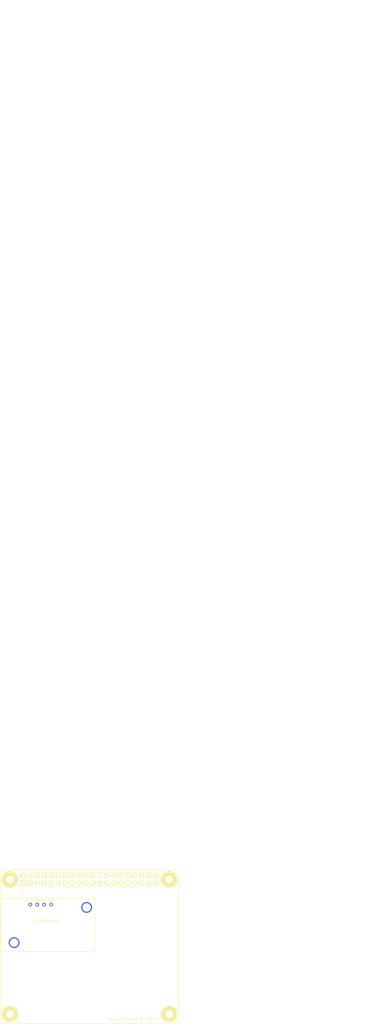
<source format=kicad_pcb>
(kicad_pcb (version 4) (host pcbnew 4.0.6-e0-6349~53~ubuntu16.04.1)
  (layers (0 F.Cu signal) (31 B.Cu signal) (34 B.Paste user) (35 F.Paste user) (36 B.SilkS user) (37 F.SilkS user) (38 B.Mask user) (39 F.Mask user) (44 Edge.Cuts user))
  (net 0 "")
  (net 1 "Net-(BERRY_IMU1-Pad1)")
  (net 2 "Net-(BERRY_IMU1-Pad2)")
  (net 3 "Net-(BERRY_IMU1-Pad3)")
  (net 4 "Net-(BERRY_IMU1-Pad4)")
  (module MyLibs:berry_imu (layer F.Cu) (at 154.94 91.44 180)
    (fp_text reference BERRY_IMU1 (at 14.5034 -4.9276 180) (layer F.SilkS))
    (fp_text value CONN_01X04)
    (fp_text user 3.3V (at 20.8407 2.5019 180) (layer F.SilkS) (effects (font (size 0.8 0.8))))
    (fp_text user SDA (at 18.0721 2.5019 180) (layer F.SilkS) (effects (font (size 0.8 0.8))))
    (fp_text user SDL (at 15.5448 2.4892 180) (layer F.SilkS) (effects (font (size 0.8 0.8))))
    (fp_text user GND (at 12.9032 2.4892 180) (layer F.SilkS) (effects (font (size 0.8 0.8))))
    (fp_line (start -3.0226 3.3655) (end 31.4833 3.3782) (layer F.SilkS) (width 0.15))
    (fp_line (start 31.4833 3.3782) (end 31.4706 -15.9766) (layer F.SilkS) (width 0.15))
    (fp_line (start 31.4706 -15.9766) (end -3.0099 -15.9766) (layer F.SilkS) (width 0.15))
    (fp_line (start -3.0099 -15.9766) (end -3.0226 3.3655) (layer F.SilkS) (width 0.15))
    (pad 5 thru_hole circle (at 0 0 180) (size 4 4) (drill 3) (layers *.Cu *.Mask))
    (pad 6 thru_hole circle (at 26.416 -12.827 180) (size 4 4) (drill 3) (layers *.Cu *.Mask))
    (pad 1 thru_hole circle (at 12.9413 1.0541 180) (size 1.4 1.4) (drill 0.7) (layers *.Cu *.Mask) (net 1 "Net-(BERRY_IMU1-Pad1)"))
    (pad 2 thru_hole circle (at 15.4559 1.0541 180) (size 1.4 1.4) (drill 0.7) (layers *.Cu *.Mask) (net 2 "Net-(BERRY_IMU1-Pad2)"))
    (pad 3 thru_hole circle (at 17.9832 1.0414 180) (size 1.4 1.4) (drill 0.7) (layers *.Cu *.Mask) (net 3 "Net-(BERRY_IMU1-Pad3)"))
    (pad 4 thru_hole circle (at 20.5105 1.0414 180) (size 1.4 1.4) (drill 0.7) (layers *.Cu *.Mask) (net 4 "Net-(BERRY_IMU1-Pad4)"))
  )
  (module MyLibs:rpi3_gpio (layer F.Cu) (at 127 81.28)
    (fp_text reference P1 (at 4.87 4.191 270) (layer F.SilkS))
    (fp_text value RPI_3_GPIO)
    (fp_text user "Jouke Hijlkema © 2017" (at 44.45 50.8) (layer F.SilkS))
    (fp_line (start -3.5 52.5) (end -3.5 -3.5) (layer F.SilkS) (width 0.15))
    (fp_line (start -3.5 -3.5) (end 61.5 -3.5) (layer F.SilkS) (width 0.15))
    (fp_line (start 61.5 -3.5) (end 61.5 52.5) (layer F.SilkS) (width 0.15))
    (fp_line (start 61.5 52.5) (end -3.5 52.5) (layer F.SilkS) (width 0.15))
    (fp_line (start 54.4 -2.54) (end 3.6 -2.54) (layer F.SilkS) (width 0.15))
    (fp_line (start 6.14 2.54) (end 54.4 2.54) (layer F.SilkS) (width 0.15))
    (fp_line (start 54.4 -2.54) (end 54.4 2.54) (layer F.SilkS) (width 0.15))
    (fp_line (start 3.6 -2.54) (end 3.6 0) (layer F.SilkS) (width 0.15))
    (fp_line (start 3.32 1.27) (end 3.32 2.82) (layer F.SilkS) (width 0.15))
    (fp_line (start 3.6 0) (end 6.14 0) (layer F.SilkS) (width 0.15))
    (fp_line (start 6.14 0) (end 6.14 2.54) (layer F.SilkS) (width 0.15))
    (fp_line (start 3.32 2.82) (end 4.87 2.82) (layer F.SilkS) (width 0.15))
    (pad 1 thru_hole rect (at 4.87 1.27 90) (size 1.7272 1.7272) (drill 1.016) (layers *.Cu *.Mask F.SilkS) (net 4 "Net-(BERRY_IMU1-Pad4)"))
    (pad 2 thru_hole oval (at 4.87 -1.27 90) (size 1.7272 1.7272) (drill 1.016) (layers *.Cu *.Mask F.SilkS))
    (pad 3 thru_hole oval (at 7.41 1.27 90) (size 1.7272 1.7272) (drill 1.016) (layers *.Cu *.Mask F.SilkS) (net 3 "Net-(BERRY_IMU1-Pad3)"))
    (pad 4 thru_hole oval (at 7.41 -1.27 90) (size 1.7272 1.7272) (drill 1.016) (layers *.Cu *.Mask F.SilkS))
    (pad 5 thru_hole oval (at 9.95 1.27 90) (size 1.7272 1.7272) (drill 1.016) (layers *.Cu *.Mask F.SilkS) (net 2 "Net-(BERRY_IMU1-Pad2)"))
    (pad 6 thru_hole oval (at 9.95 -1.27 90) (size 1.7272 1.7272) (drill 1.016) (layers *.Cu *.Mask F.SilkS))
    (pad 7 thru_hole oval (at 12.49 1.27 90) (size 1.7272 1.7272) (drill 1.016) (layers *.Cu *.Mask F.SilkS))
    (pad 8 thru_hole oval (at 12.49 -1.27 90) (size 1.7272 1.7272) (drill 1.016) (layers *.Cu *.Mask F.SilkS))
    (pad 9 thru_hole oval (at 15.03 1.27 90) (size 1.7272 1.7272) (drill 1.016) (layers *.Cu *.Mask F.SilkS) (net 1 "Net-(BERRY_IMU1-Pad1)"))
    (pad 10 thru_hole oval (at 15.03 -1.27 90) (size 1.7272 1.7272) (drill 1.016) (layers *.Cu *.Mask F.SilkS))
    (pad 11 thru_hole oval (at 17.57 1.27 90) (size 1.7272 1.7272) (drill 1.016) (layers *.Cu *.Mask F.SilkS))
    (pad 12 thru_hole oval (at 17.57 -1.27 90) (size 1.7272 1.7272) (drill 1.016) (layers *.Cu *.Mask F.SilkS))
    (pad 13 thru_hole oval (at 20.11 1.27 90) (size 1.7272 1.7272) (drill 1.016) (layers *.Cu *.Mask F.SilkS))
    (pad 14 thru_hole oval (at 20.11 -1.27 90) (size 1.7272 1.7272) (drill 1.016) (layers *.Cu *.Mask F.SilkS))
    (pad 15 thru_hole oval (at 22.65 1.27 90) (size 1.7272 1.7272) (drill 1.016) (layers *.Cu *.Mask F.SilkS))
    (pad 16 thru_hole oval (at 22.65 -1.27 90) (size 1.7272 1.7272) (drill 1.016) (layers *.Cu *.Mask F.SilkS))
    (pad 17 thru_hole oval (at 25.19 1.27 90) (size 1.7272 1.7272) (drill 1.016) (layers *.Cu *.Mask F.SilkS))
    (pad 18 thru_hole oval (at 25.19 -1.27 90) (size 1.7272 1.7272) (drill 1.016) (layers *.Cu *.Mask F.SilkS))
    (pad 19 thru_hole oval (at 27.73 1.27 90) (size 1.7272 1.7272) (drill 1.016) (layers *.Cu *.Mask F.SilkS))
    (pad 20 thru_hole oval (at 27.73 -1.27 90) (size 1.7272 1.7272) (drill 1.016) (layers *.Cu *.Mask F.SilkS))
    (pad 21 thru_hole oval (at 30.27 1.27 90) (size 1.7272 1.7272) (drill 1.016) (layers *.Cu *.Mask F.SilkS))
    (pad 22 thru_hole oval (at 30.27 -1.27 90) (size 1.7272 1.7272) (drill 1.016) (layers *.Cu *.Mask F.SilkS))
    (pad 23 thru_hole oval (at 32.81 1.27 90) (size 1.7272 1.7272) (drill 1.016) (layers *.Cu *.Mask F.SilkS))
    (pad 24 thru_hole oval (at 32.81 -1.27 90) (size 1.7272 1.7272) (drill 1.016) (layers *.Cu *.Mask F.SilkS))
    (pad 25 thru_hole oval (at 35.35 1.27 90) (size 1.7272 1.7272) (drill 1.016) (layers *.Cu *.Mask F.SilkS))
    (pad 26 thru_hole oval (at 35.35 -1.27 90) (size 1.7272 1.7272) (drill 1.016) (layers *.Cu *.Mask F.SilkS))
    (pad 27 thru_hole oval (at 37.89 1.27 90) (size 1.7272 1.7272) (drill 1.016) (layers *.Cu *.Mask F.SilkS))
    (pad 28 thru_hole oval (at 37.89 -1.27 90) (size 1.7272 1.7272) (drill 1.016) (layers *.Cu *.Mask F.SilkS))
    (pad 29 thru_hole oval (at 40.43 1.27 90) (size 1.7272 1.7272) (drill 1.016) (layers *.Cu *.Mask F.SilkS))
    (pad 30 thru_hole oval (at 40.43 -1.27 90) (size 1.7272 1.7272) (drill 1.016) (layers *.Cu *.Mask F.SilkS))
    (pad 31 thru_hole oval (at 42.97 1.27 90) (size 1.7272 1.7272) (drill 1.016) (layers *.Cu *.Mask F.SilkS))
    (pad 32 thru_hole oval (at 42.97 -1.27 90) (size 1.7272 1.7272) (drill 1.016) (layers *.Cu *.Mask F.SilkS))
    (pad 33 thru_hole oval (at 45.51 1.27 90) (size 1.7272 1.7272) (drill 1.016) (layers *.Cu *.Mask F.SilkS))
    (pad 34 thru_hole oval (at 45.51 -1.27 90) (size 1.7272 1.7272) (drill 1.016) (layers *.Cu *.Mask F.SilkS))
    (pad 35 thru_hole oval (at 48.05 1.27 90) (size 1.7272 1.7272) (drill 1.016) (layers *.Cu *.Mask F.SilkS))
    (pad 36 thru_hole oval (at 48.05 -1.27 90) (size 1.7272 1.7272) (drill 1.016) (layers *.Cu *.Mask F.SilkS))
    (pad 37 thru_hole oval (at 50.59 1.27 90) (size 1.7272 1.7272) (drill 1.016) (layers *.Cu *.Mask F.SilkS))
    (pad 38 thru_hole oval (at 50.59 -1.27 90) (size 1.7272 1.7272) (drill 1.016) (layers *.Cu *.Mask F.SilkS))
    (pad 39 thru_hole oval (at 53.13 1.27 90) (size 1.7272 1.7272) (drill 1.016) (layers *.Cu *.Mask F.SilkS))
    (pad 40 thru_hole oval (at 53.13 -1.27 90) (size 1.7272 1.7272) (drill 1.016) (layers *.Cu *.Mask F.SilkS))
    (pad "" np_thru_hole circle (at 0 0) (size 6 6) (drill 2.75) (layers *.Cu *.Mask F.SilkS))
    (pad "" np_thru_hole circle (at 58 0) (size 6 6) (drill 2.75) (layers *.Cu *.Mask F.SilkS))
    (pad "" np_thru_hole circle (at 0 49) (size 6 6) (drill 2.75) (layers *.Cu *.Mask F.SilkS))
    (pad "" np_thru_hole circle (at 58 49) (size 6 6) (drill 2.75) (layers *.Cu *.Mask F.SilkS))
  )
)
</source>
